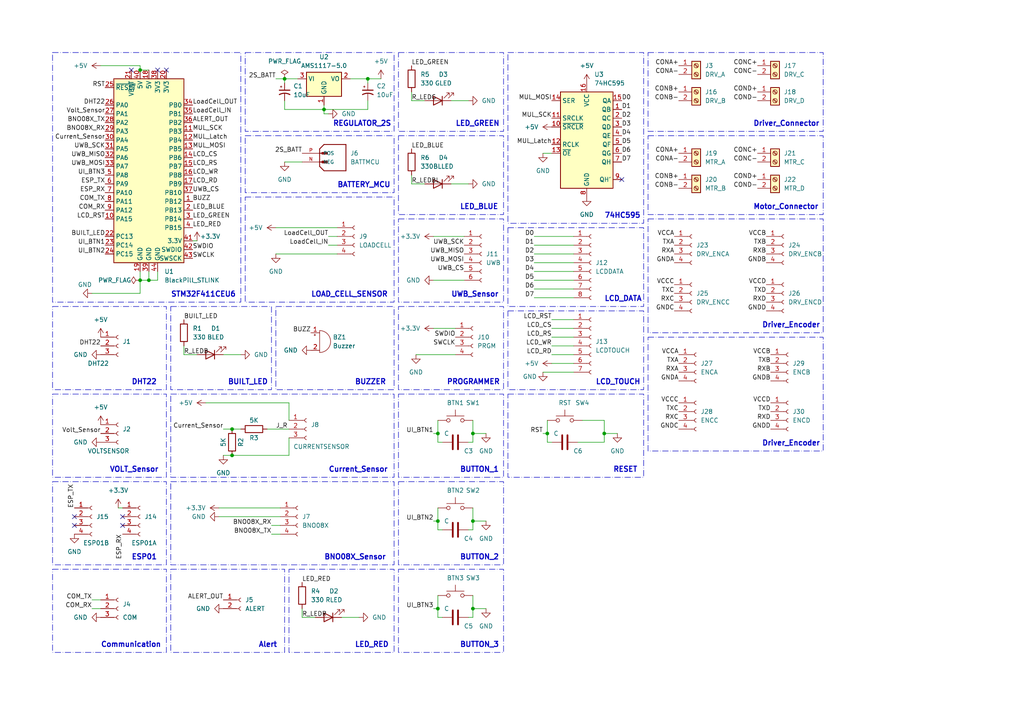
<source format=kicad_sch>
(kicad_sch (version 20230121) (generator eeschema)
  (paper "A4")
  (title_block (title "AGV_Sensor_STM32") (date "2024-01-14") (rev "0") (company "ASTAR") (comment 1 "By Maulana Reyhan Savero"))
  (lib_symbols
    (symbol "74xx:74HC595"
      (property "Reference" "U" (at -7.62 13.97 0))
      (property "Value" "74HC595" (at -7.62 -16.51 0))
      (symbol "74HC595_1_0"
        (pin tri_state line (at 10.16 7.62 180) (length 2.54) (name "QB") (number "1"))
        (pin input line (at -10.16 2.54 0) (length 2.54) (name "~{SRCLR}") (number "10"))
        (pin input line (at -10.16 5.08 0) (length 2.54) (name "SRCLK") (number "11"))
        (pin input line (at -10.16 -2.54 0) (length 2.54) (name "RCLK") (number "12"))
        (pin input line (at -10.16 -5.08 0) (length 2.54) (name "~{OE}") (number "13"))
        (pin input line (at -10.16 10.16 0) (length 2.54) (name "SER") (number "14"))
        (pin tri_state line (at 10.16 10.16 180) (length 2.54) (name "QA") (number "15"))
        (pin power_in line (at 0 15.24 270) (length 2.54) (name "VCC") (number "16"))
        (pin tri_state line (at 10.16 5.08 180) (length 2.54) (name "QC") (number "2"))
        (pin tri_state line (at 10.16 2.54 180) (length 2.54) (name "QD") (number "3"))
        (pin tri_state line (at 10.16 0 180) (length 2.54) (name "QE") (number "4"))
        (pin tri_state line (at 10.16 -2.54 180) (length 2.54) (name "QF") (number "5"))
        (pin tri_state line (at 10.16 -5.08 180) (length 2.54) (name "QG") (number "6"))
        (pin tri_state line (at 10.16 -7.62 180) (length 2.54) (name "QH") (number "7"))
        (pin power_in line (at 0 -17.78 90) (length 2.54) (name "GND") (number "8"))
        (pin output line (at 10.16 -12.7 180) (length 2.54) (name "QH'") (number "9"))
      )
    )
    (symbol "Connector:Conn_01x02_Socket" (pin_names (offset 1.016) hide)
      (property "Reference" "J" (at 0 2.54 0))
      (property "Value" "Conn_01x02_Socket" (at 0 -5.08 0))
      (symbol "Conn_01x02_Socket_1_1"
        (pin passive line (at -5.08 0 0) (length 3.81) (name "Pin_1") (number "1"))
        (pin passive line (at -5.08 -2.54 0) (length 3.81) (name "Pin_2") (number "2"))
      )
    )
    (symbol "Connector:Conn_01x03_Socket" (pin_names (offset 1.016) hide)
      (property "Reference" "J" (at 0 5.08 0))
      (property "Value" "Conn_01x03_Socket" (at 0 -5.08 0))
      (symbol "Conn_01x03_Socket_1_1"
        (pin passive line (at -5.08 2.54 0) (length 3.81) (name "Pin_1") (number "1"))
        (pin passive line (at -5.08 0 0) (length 3.81) (name "Pin_2") (number "2"))
        (pin passive line (at -5.08 -2.54 0) (length 3.81) (name "Pin_3") (number "3"))
      )
    )
    (symbol "Connector:Conn_01x04_Socket" (pin_names (offset 1.016) hide)
      (property "Reference" "J" (at 0 5.08 0))
      (property "Value" "Conn_01x04_Socket" (at 0 -7.62 0))
      (symbol "Conn_01x04_Socket_1_1"
        (pin passive line (at -5.08 2.54 0) (length 3.81) (name "Pin_1") (number "1"))
        (pin passive line (at -5.08 0 0) (length 3.81) (name "Pin_2") (number "2"))
        (pin passive line (at -5.08 -2.54 0) (length 3.81) (name "Pin_3") (number "3"))
        (pin passive line (at -5.08 -5.08 0) (length 3.81) (name "Pin_4") (number "4"))
      )
    )
    (symbol "Connector:Conn_01x06_Socket" (pin_names (offset 1.016) hide)
      (property "Reference" "J" (at 0 7.62 0))
      (property "Value" "Conn_01x06_Socket" (at 0 -10.16 0))
      (symbol "Conn_01x06_Socket_1_1"
        (pin passive line (at -5.08 5.08 0) (length 3.81) (name "Pin_1") (number "1"))
        (pin passive line (at -5.08 2.54 0) (length 3.81) (name "Pin_2") (number "2"))
        (pin passive line (at -5.08 0 0) (length 3.81) (name "Pin_3") (number "3"))
        (pin passive line (at -5.08 -2.54 0) (length 3.81) (name "Pin_4") (number "4"))
        (pin passive line (at -5.08 -5.08 0) (length 3.81) (name "Pin_5") (number "5"))
        (pin passive line (at -5.08 -7.62 0) (length 3.81) (name "Pin_6") (number "6"))
      )
    )
    (symbol "Connector:Conn_01x07_Socket" (pin_names (offset 1.016) hide)
      (property "Reference" "J" (at 0 10.16 0))
      (property "Value" "Conn_01x07_Socket" (at 0 -10.16 0))
      (symbol "Conn_01x07_Socket_1_1"
        (pin passive line (at -5.08 7.62 0) (length 3.81) (name "Pin_1") (number "1"))
        (pin passive line (at -5.08 5.08 0) (length 3.81) (name "Pin_2") (number "2"))
        (pin passive line (at -5.08 2.54 0) (length 3.81) (name "Pin_3") (number "3"))
        (pin passive line (at -5.08 0 0) (length 3.81) (name "Pin_4") (number "4"))
        (pin passive line (at -5.08 -2.54 0) (length 3.81) (name "Pin_5") (number "5"))
        (pin passive line (at -5.08 -5.08 0) (length 3.81) (name "Pin_6") (number "6"))
        (pin passive line (at -5.08 -7.62 0) (length 3.81) (name "Pin_7") (number "7"))
      )
    )
    (symbol "Connector:Conn_01x08_Socket" (pin_names (offset 1.016) hide)
      (property "Reference" "J" (at 0 10.16 0))
      (property "Value" "Conn_01x08_Socket" (at 0 -12.7 0))
      (symbol "Conn_01x08_Socket_1_1"
        (pin passive line (at -5.08 7.62 0) (length 3.81) (name "Pin_1") (number "1"))
        (pin passive line (at -5.08 5.08 0) (length 3.81) (name "Pin_2") (number "2"))
        (pin passive line (at -5.08 2.54 0) (length 3.81) (name "Pin_3") (number "3"))
        (pin passive line (at -5.08 0 0) (length 3.81) (name "Pin_4") (number "4"))
        (pin passive line (at -5.08 -2.54 0) (length 3.81) (name "Pin_5") (number "5"))
        (pin passive line (at -5.08 -5.08 0) (length 3.81) (name "Pin_6") (number "6"))
        (pin passive line (at -5.08 -7.62 0) (length 3.81) (name "Pin_7") (number "7"))
        (pin passive line (at -5.08 -10.16 0) (length 3.81) (name "Pin_8") (number "8"))
      )
    )
    (symbol "Connector:Screw_Terminal_01x02" (pin_names (offset 1.016) hide)
      (property "Reference" "J" (at 0 2.54 0))
      (property "Value" "Screw_Terminal_01x02" (at 0 -5.08 0))
      (symbol "Screw_Terminal_01x02_1_1"
        (pin passive line (at -5.08 0 0) (length 3.81) (name "Pin_1") (number "1"))
        (pin passive line (at -5.08 -2.54 0) (length 3.81) (name "Pin_2") (number "2"))
      )
    )
    (symbol "Device:Buzzer" (pin_names (offset 0.0254) hide)
      (property "Reference" "BZ" (at 3.81 1.27 0))
      (property "Value" "Buzzer" (at 3.81 -1.27 0))
      (symbol "Buzzer_1_1"
        (pin passive line (at -2.54 2.54 0) (length 2.54) (name "-") (number "1"))
        (pin passive line (at -2.54 -2.54 0) (length 2.54) (name "+") (number "2"))
      )
    )
    (symbol "Device:C" (pin_numbers hide) (pin_names (offset 0.254))
      (property "Reference" "C" (at 0.635 2.54 0))
      (property "Value" "C" (at 0.635 -2.54 0))
      (symbol "C_1_1"
        (pin passive line (at 0 3.81 270) (length 2.794) (name "~") (number "1"))
        (pin passive line (at 0 -3.81 90) (length 2.794) (name "~") (number "2"))
      )
    )
    (symbol "Device:C_Polarized_Small_US" (pin_numbers hide) (pin_names (offset 0.254) hide)
      (property "Reference" "C" (at 0.254 1.778 0))
      (property "Value" "C_Polarized_Small_US" (at 0.254 -2.032 0))
      (symbol "C_Polarized_Small_US_1_1"
        (pin passive line (at 0 2.54 270) (length 2.032) (name "~") (number "1"))
        (pin passive line (at 0 -2.54 90) (length 2.032) (name "~") (number "2"))
      )
    )
    (symbol "Device:LED" (pin_numbers hide) (pin_names (offset 1.016) hide)
      (property "Reference" "D" (at 0 2.54 0))
      (property "Value" "LED" (at 0 -2.54 0))
      (symbol "LED_1_1"
        (pin passive line (at -3.81 0 0) (length 2.54) (name "K") (number "1"))
        (pin passive line (at 3.81 0 180) (length 2.54) (name "A") (number "2"))
      )
    )
    (symbol "Device:R" (pin_numbers hide) (pin_names (offset 0))
      (property "Reference" "R" (at 2.032 0 90))
      (property "Value" "R" (at 0 0 90))
      (symbol "R_1_1"
        (pin passive line (at 0 3.81 270) (length 1.27) (name "~") (number "1"))
        (pin passive line (at 0 -3.81 90) (length 1.27) (name "~") (number "2"))
      )
    )
    (symbol "Regulator_Linear:AMS1117-5.0"
      (property "Reference" "U" (at -3.81 3.175 0))
      (property "Value" "AMS1117-5.0" (at 0 3.175 0))
      (symbol "AMS1117-5.0_1_1"
        (pin power_in line (at 0 -7.62 90) (length 2.54) (name "GND") (number "1"))
        (pin power_out line (at 7.62 0 180) (length 2.54) (name "VO") (number "2"))
        (pin power_in line (at -7.62 0 0) (length 2.54) (name "VI") (number "3"))
      )
    )
    (symbol "Switch:SW_Push" (pin_numbers hide) (pin_names (offset 1.016) hide)
      (property "Reference" "SW" (at 1.27 2.54 0))
      (property "Value" "SW_Push" (at 0 -1.524 0))
      (symbol "SW_Push_0_1"
        (pin passive line (at -5.08 0 0) (length 2.54) (name "1") (number "1"))
        (pin passive line (at 5.08 0 180) (length 2.54) (name "2") (number "2"))
      )
    )
    (symbol "XT90PW-M:XT90PW-M" (pin_names (offset 1.016))
      (property "Reference" "J" (at 0 3.81 0))
      (property "Value" "XT90PW-M" (at 0 -7.62 0))
      (symbol "XT90PW-M_0_0"
        (pin passive line (at -5.08 -2.54 0) (length 5.08) (name "NEG") (number "N"))
        (pin passive line (at -5.08 0 0) (length 5.08) (name "POS") (number "P"))
      )
    )
    (symbol "blackpill_stlink:BlackPill_STLINK"
      (property "Reference" "U6" (at 4.5594 -27.5495 0))
      (property "Value" "BlackPill_STLINK" (at 4.5594 -30.3246 0))
      (symbol "BlackPill_STLINK_1_1"
        (pin bidirectional line (at 12.7 -7.62 180) (length 2.54) (name "PB12") (number "1"))
        (pin bidirectional line (at -12.7 -12.7 0) (length 2.54) (name "PA15") (number "10"))
        (pin bidirectional line (at 12.7 12.7 180) (length 2.54) (name "PB3") (number "11"))
        (pin bidirectional line (at 12.7 10.16 180) (length 2.54) (name "PB4") (number "12"))
        (pin bidirectional line (at 12.7 7.62 180) (length 2.54) (name "PB5") (number "13"))
        (pin bidirectional line (at 12.7 5.08 180) (length 2.54) (name "PB6") (number "14"))
        (pin bidirectional line (at 12.7 2.54 180) (length 2.54) (name "PB7") (number "15"))
        (pin bidirectional line (at 12.7 0 180) (length 2.54) (name "PB8") (number "16"))
        (pin bidirectional line (at 12.7 -2.54 180) (length 2.54) (name "PB9") (number "17"))
        (pin power_in line (at 0 30.48 270) (length 2.54) (name "5V") (number "18"))
        (pin power_in line (at -2.54 -27.94 90) (length 2.54) (name "GND") (number "19"))
        (pin bidirectional line (at 12.7 -10.16 180) (length 2.54) (name "PB13") (number "2"))
        (pin power_out line (at 5.08 30.48 270) (length 2.54) (name "3V3") (number "20"))
        (pin power_in line (at -5.08 30.48 270) (length 2.54) (name "VBAT") (number "21"))
        (pin bidirectional line (at -12.7 -17.78 0) (length 2.54) (name "PC13") (number "22"))
        (pin bidirectional line (at -12.7 -20.32 0) (length 2.54) (name "PC14") (number "23"))
        (pin bidirectional line (at -12.7 -22.86 0) (length 2.54) (name "PC15") (number "24"))
        (pin input line (at -12.7 25.4 0) (length 2.54) (name "~{RESET}") (number "25"))
        (pin bidirectional line (at -12.7 20.32 0) (length 2.54) (name "PA0") (number "26"))
        (pin bidirectional line (at -12.7 17.78 0) (length 2.54) (name "PA1") (number "27"))
        (pin bidirectional line (at -12.7 15.24 0) (length 2.54) (name "PA2") (number "28"))
        (pin bidirectional line (at -12.7 12.7 0) (length 2.54) (name "PA3") (number "29"))
        (pin bidirectional line (at 12.7 -12.7 180) (length 2.54) (name "PB14") (number "3"))
        (pin bidirectional line (at -12.7 10.16 0) (length 2.54) (name "PA4") (number "30"))
        (pin bidirectional line (at -12.7 7.62 0) (length 2.54) (name "PA5") (number "31"))
        (pin bidirectional line (at -12.7 5.08 0) (length 2.54) (name "PA6") (number "32"))
        (pin bidirectional line (at -12.7 2.54 0) (length 2.54) (name "PA7") (number "33"))
        (pin bidirectional line (at 12.7 20.32 180) (length 2.54) (name "PB0") (number "34"))
        (pin bidirectional line (at 12.7 17.78 180) (length 2.54) (name "PB1") (number "35"))
        (pin bidirectional line (at 12.7 15.24 180) (length 2.54) (name "PB2") (number "36"))
        (pin bidirectional line (at 12.7 -5.08 180) (length 2.54) (name "PB10") (number "37"))
        (pin power_out line (at 2.54 30.48 270) (length 2.54) (name "3V3") (number "38"))
        (pin power_in line (at 0 -27.94 90) (length 2.54) (name "GND") (number "39"))
        (pin bidirectional line (at 12.7 -15.24 180) (length 2.54) (name "PB15") (number "4"))
        (pin passive line (at -2.54 30.48 270) (length 2.54) (name "5V") (number "40"))
        (pin power_out line (at 12.7 -19.05 180) (length 2.54) (name "3.3V") (number "41"))
        (pin bidirectional line (at 12.7 -21.59 180) (length 2.54) (name "SWDIO") (number "42"))
        (pin bidirectional line (at 12.7 -24.13 180) (length 2.54) (name "SWSCK") (number "43"))
        (pin power_in line (at 2.54 -27.94 90) (length 2.54) (name "GND") (number "44"))
        (pin bidirectional line (at -12.7 0 0) (length 2.54) (name "PA8") (number "5"))
        (pin bidirectional line (at -12.7 -2.54 0) (length 2.54) (name "PA9") (number "6"))
        (pin bidirectional line (at -12.7 -5.08 0) (length 2.54) (name "PA10") (number "7"))
        (pin bidirectional line (at -12.7 -7.62 0) (length 2.54) (name "PA11") (number "8"))
        (pin bidirectional line (at -12.7 -10.16 0) (length 2.54) (name "PA12") (number "9"))
      )
    )
    (symbol "power:+3.3V" (power) (pin_names (offset 0))
      (property "Value" "+3.3V" (at 0 3.556 0))
      (symbol "+3.3V_1_1"
        (pin power_in line (at 0 0 90) (length 0) hide (name "+3.3V") (number "1"))
      )
    )
    (symbol "power:+5V" (power) (pin_names (offset 0))
      (property "Value" "+5V" (at 0 3.556 0))
      (symbol "+5V_1_1"
        (pin power_in line (at 0 0 90) (length 0) hide (name "+5V") (number "1"))
      )
    )
    (symbol "power:GND" (power) (pin_names (offset 0))
      (property "Value" "GND" (at 0 -3.81 0))
      (symbol "GND_1_1"
        (pin power_in line (at 0 0 270) (length 0) hide (name "GND") (number "1"))
      )
    )
    (symbol "power:PWR_FLAG" (power) (pin_numbers hide) (pin_names (offset 0) hide)
      (property "Value" "PWR_FLAG" (at 0 3.81 0))
      (symbol "PWR_FLAG_0_0"
        (pin power_out line (at 0 0 90) (length 0) (name "pwr") (number "1"))
      )
    )
  )
  (junction (at 158.75 125.73))
  (junction (at 67.31 124.46))
  (junction (at 93.98 31.75))
  (junction (at 67.31 132.08))
  (junction (at 40.64 20.32))
  (junction (at 82.55 22.86))
  (junction (at 43.18 81.28))
  (junction (at 175.26 125.73))
  (junction (at 127 151.13))
  (junction (at 127 125.73))
  (junction (at 40.64 81.28))
  (junction (at 137.16 125.73))
  (junction (at 137.16 151.13))
  (junction (at 137.16 176.53))
  (junction (at 127 176.53))
  (junction (at 106.68 22.86))
  (no_connect (at 45.72 20.32))
  (no_connect (at 35.56 152.4))
  (no_connect (at 48.26 20.32))
  (no_connect (at 38.1 20.32))
  (no_connect (at 21.59 152.4))
  (no_connect (at 35.56 149.86))
  (no_connect (at 21.59 149.86))
  (no_connect (at 180.34 52.07))
  (wire (pts (xy 53.34 100.33) (xy 53.34 102.87)))
  (wire (pts (xy 57.15 69.85) (xy 55.88 69.85)))
  (wire (pts (xy 137.16 125.73) (xy 140.97 125.73)))
  (wire (pts (xy 130.81 53.34) (xy 135.89 53.34)))
  (wire (pts (xy 154.94 71.12) (xy 166.37 71.12)))
  (wire (pts (xy 127 153.67) (xy 128.27 153.67)))
  (wire (pts (xy 127 176.53) (xy 127 179.07)))
  (wire (pts (xy 125.73 81.28) (xy 134.62 81.28)))
  (wire (pts (xy 93.98 33.02) (xy 95.25 33.02)))
  (wire (pts (xy 64.77 124.46) (xy 67.31 124.46)))
  (wire (pts (xy 166.37 92.71) (xy 160.02 92.71)))
  (wire (pts (xy 40.64 85.09) (xy 40.64 81.28)))
  (wire (pts (xy 154.94 78.74) (xy 166.37 78.74)))
  (wire (pts (xy 125.73 176.53) (xy 127 176.53)))
  (wire (pts (xy 120.65 102.87) (xy 132.08 102.87)))
  (wire (pts (xy 67.31 132.08) (xy 83.82 132.08)))
  (wire (pts (xy 106.68 22.86) (xy 106.68 24.13)))
  (wire (pts (xy 154.94 68.58) (xy 166.37 68.58)))
  (wire (pts (xy 157.48 125.73) (xy 158.75 125.73)))
  (wire (pts (xy 67.31 124.46) (xy 69.85 124.46)))
  (wire (pts (xy 135.89 128.27) (xy 137.16 128.27)))
  (wire (pts (xy 43.18 81.28) (xy 40.64 81.28)))
  (wire (pts (xy 154.94 73.66) (xy 166.37 73.66)))
  (wire (pts (xy 83.82 132.08) (xy 83.82 127)))
  (wire (pts (xy 127 128.27) (xy 128.27 128.27)))
  (wire (pts (xy 127 125.73) (xy 127 128.27)))
  (wire (pts (xy 130.81 29.21) (xy 135.89 29.21)))
  (wire (pts (xy 40.64 78.74) (xy 40.64 81.28)))
  (wire (pts (xy 78.74 154.94) (xy 81.28 154.94)))
  (wire (pts (xy 80.01 66.04) (xy 97.79 66.04)))
  (wire (pts (xy 175.26 125.73) (xy 179.07 125.73)))
  (wire (pts (xy 80.01 22.86) (xy 82.55 22.86)))
  (wire (pts (xy 119.38 53.34) (xy 123.19 53.34)))
  (wire (pts (xy 45.72 78.74) (xy 45.72 81.28)))
  (wire (pts (xy 135.89 153.67) (xy 137.16 153.67)))
  (wire (pts (xy 135.89 179.07) (xy 137.16 179.07)))
  (wire (pts (xy 63.5 149.86) (xy 81.28 149.86)))
  (wire (pts (xy 64.77 102.87) (xy 69.85 102.87)))
  (wire (pts (xy 106.68 22.86) (xy 110.49 22.86)))
  (wire (pts (xy 127 147.32) (xy 127 151.13)))
  (wire (pts (xy 93.98 31.75) (xy 93.98 33.02)))
  (wire (pts (xy 119.38 26.67) (xy 119.38 29.21)))
  (wire (pts (xy 87.63 176.53) (xy 87.63 179.07)))
  (wire (pts (xy 82.55 31.75) (xy 93.98 31.75)))
  (wire (pts (xy 137.16 179.07) (xy 137.16 176.53)))
  (wire (pts (xy 125.73 68.58) (xy 134.62 68.58)))
  (wire (pts (xy 137.16 153.67) (xy 137.16 151.13)))
  (wire (pts (xy 106.68 31.75) (xy 93.98 31.75)))
  (wire (pts (xy 80.01 73.66) (xy 97.79 73.66)))
  (wire (pts (xy 154.94 86.36) (xy 166.37 86.36)))
  (wire (pts (xy 137.16 128.27) (xy 137.16 125.73)))
  (wire (pts (xy 166.37 105.41) (xy 160.02 105.41)))
  (wire (pts (xy 59.69 116.84) (xy 83.82 116.84)))
  (wire (pts (xy 77.47 124.46) (xy 83.82 124.46)))
  (wire (pts (xy 137.16 176.53) (xy 137.16 172.72)))
  (wire (pts (xy 154.94 76.2) (xy 166.37 76.2)))
  (wire (pts (xy 166.37 97.79) (xy 160.02 97.79)))
  (wire (pts (xy 137.16 151.13) (xy 140.97 151.13)))
  (wire (pts (xy 137.16 151.13) (xy 137.16 147.32)))
  (wire (pts (xy 40.64 19.05) (xy 40.64 20.32)))
  (wire (pts (xy 93.98 30.48) (xy 93.98 31.75)))
  (wire (pts (xy 127 172.72) (xy 127 176.53)))
  (wire (pts (xy 95.25 68.58) (xy 97.79 68.58)))
  (wire (pts (xy 166.37 100.33) (xy 160.02 100.33)))
  (wire (pts (xy 125.73 125.73) (xy 127 125.73)))
  (wire (pts (xy 63.5 147.32) (xy 81.28 147.32)))
  (wire (pts (xy 154.94 83.82) (xy 166.37 83.82)))
  (wire (pts (xy 82.55 29.21) (xy 82.55 31.75)))
  (wire (pts (xy 82.55 22.86) (xy 86.36 22.86)))
  (wire (pts (xy 34.29 147.32) (xy 35.56 147.32)))
  (wire (pts (xy 83.82 116.84) (xy 83.82 121.92)))
  (wire (pts (xy 125.73 151.13) (xy 127 151.13)))
  (wire (pts (xy 127 121.92) (xy 127 125.73)))
  (wire (pts (xy 158.75 121.92) (xy 158.75 125.73)))
  (wire (pts (xy 166.37 95.25) (xy 160.02 95.25)))
  (wire (pts (xy 26.67 85.09) (xy 40.64 85.09)))
  (wire (pts (xy 40.64 20.32) (xy 43.18 20.32)))
  (wire (pts (xy 45.72 81.28) (xy 43.18 81.28)))
  (wire (pts (xy 137.16 176.53) (xy 140.97 176.53)))
  (wire (pts (xy 99.06 179.07) (xy 104.14 179.07)))
  (wire (pts (xy 167.64 128.27) (xy 175.26 128.27)))
  (wire (pts (xy 175.26 128.27) (xy 175.26 125.73)))
  (wire (pts (xy 53.34 102.87) (xy 57.15 102.87)))
  (wire (pts (xy 119.38 50.8) (xy 119.38 53.34)))
  (wire (pts (xy 43.18 78.74) (xy 43.18 81.28)))
  (wire (pts (xy 119.38 29.21) (xy 123.19 29.21)))
  (wire (pts (xy 157.48 44.45) (xy 160.02 44.45)))
  (wire (pts (xy 158.75 125.73) (xy 158.75 128.27)))
  (wire (pts (xy 106.68 29.21) (xy 106.68 31.75)))
  (wire (pts (xy 26.67 176.53) (xy 29.21 176.53)))
  (wire (pts (xy 125.73 95.25) (xy 132.08 95.25)))
  (wire (pts (xy 166.37 102.87) (xy 160.02 102.87)))
  (wire (pts (xy 78.74 152.4) (xy 81.28 152.4)))
  (wire (pts (xy 127 179.07) (xy 128.27 179.07)))
  (wire (pts (xy 175.26 125.73) (xy 175.26 121.92)))
  (wire (pts (xy 158.75 128.27) (xy 160.02 128.27)))
  (wire (pts (xy 64.77 132.08) (xy 67.31 132.08)))
  (wire (pts (xy 95.25 71.12) (xy 97.79 71.12)))
  (wire (pts (xy 137.16 125.73) (xy 137.16 121.92)))
  (wire (pts (xy 29.21 19.05) (xy 40.64 19.05)))
  (wire (pts (xy 82.55 46.99) (xy 87.63 46.99)))
  (wire (pts (xy 87.63 179.07) (xy 91.44 179.07)))
  (wire (pts (xy 101.6 22.86) (xy 106.68 22.86)))
  (wire (pts (xy 157.48 107.95) (xy 166.37 107.95)))
  (wire (pts (xy 127 151.13) (xy 127 153.67)))
  (wire (pts (xy 82.55 22.86) (xy 82.55 24.13)))
  (wire (pts (xy 175.26 121.92) (xy 168.91 121.92)))
  (wire (pts (xy 26.67 173.99) (xy 29.21 173.99)))
  (wire (pts (xy 154.94 81.28) (xy 166.37 81.28)))
  (rectangle (start 83.82 165.1) (end 114.3 189.23) (stroke (width 0) (type dash_dot)))
  (rectangle (start 187.96 15.24) (end 238.76 38.1) (stroke (width 0) (type dash_dot)))
  (rectangle (start 49.53 139.7) (end 114.3 163.83) (stroke (width 0) (type dash_dot)))
  (rectangle (start 187.96 39.37) (end 238.76 62.23) (stroke (width 0) (type dash_dot)))
  (rectangle (start 115.57 88.9) (end 146.05 113.03) (stroke (width 0) (type dash_dot)))
  (rectangle (start 147.32 66.04) (end 186.69 88.9) (stroke (width 0) (type dash_dot)))
  (rectangle (start 15.24 139.7) (end 48.26 163.83) (stroke (width 0) (type dash_dot)))
  (rectangle (start 115.57 139.7) (end 146.05 163.83) (stroke (width 0) (type dash_dot)))
  (rectangle (start 115.57 165.1) (end 146.05 189.23) (stroke (width 0) (type dash_dot)))
  (rectangle (start 115.57 114.3) (end 146.05 138.43) (stroke (width 0) (type dash_dot)))
  (rectangle (start 80.01 88.9) (end 114.3 113.03) (stroke (width 0) (type dash_dot)))
  (rectangle (start 15.24 165.1) (end 48.26 189.23) (stroke (width 0) (type dash_dot)))
  (rectangle (start 15.24 114.3) (end 48.26 138.43) (stroke (width 0) (type dash_dot)))
  (rectangle (start 49.53 165.1) (end 82.55 189.23) (stroke (width 0) (type dash_dot)))
  (rectangle (start 147.32 90.17) (end 186.69 113.03) (stroke (width 0) (type dash_dot)))
  (rectangle (start 147.32 114.3) (end 186.69 138.43) (stroke (width 0) (type dash_dot)))
  (rectangle (start 71.12 39.37) (end 114.3 55.88) (stroke (width 0) (type dash_dot)))
  (rectangle (start 15.24 15.24) (end 69.85 87.63) (stroke (width 0) (type dash_dot)))
  (rectangle (start 115.57 63.5) (end 146.05 87.63) (stroke (width 0) (type dash_dot)))
  (rectangle (start 71.12 15.24) (end 114.3 38.1) (stroke (width 0) (type dash_dot)))
  (rectangle (start 187.96 63.5) (end 238.76 96.52) (stroke (width 0) (type dash_dot)))
  (rectangle (start 147.32 15.24) (end 186.69 64.77) (stroke (width 0) (type dash_dot)))
  (rectangle (start 15.24 88.9) (end 48.26 113.03) (stroke (width 0) (type dash_dot)))
  (rectangle (start 115.57 15.24) (end 146.05 38.1) (stroke (width 0) (type dash_dot)))
  (rectangle (start 49.53 114.3) (end 114.3 138.43) (stroke (width 0) (type dash_dot)))
  (rectangle (start 187.96 97.79) (end 238.76 130.81) (stroke (width 0) (type dash_dot)))
  (rectangle (start 49.53 88.9) (end 78.74 113.03) (stroke (width 0) (type dash_dot)))
  (rectangle (start 71.12 57.15) (end 114.3 87.63) (stroke (width 0) (type dash_dot)))
  (rectangle (start 115.57 39.37) (end 146.05 62.23) (stroke (width 0) (type dash_dot)))
  (text "PROGRAMMER" (at 129.54 111.76 0) (effects (font (size 1.5 1.5) (thickness 0.3) bold) (justify left bottom)))
  (text "UWB_Sensor" (at 130.81 86.36 0) (effects (font (size 1.5 1.5) (thickness 0.3) bold) (justify left bottom)))
  (text "LOAD_CELL_SENSOR" (at 90.17 86.36 0) (effects (font (size 1.5 1.5) (thickness 0.3) bold) (justify left bottom)))
  (text "LED_GREEN" (at 132.08 36.83 0) (effects (font (size 1.5 1.5) (thickness 0.3) bold) (justify left bottom)))
  (text "LCD_DATA" (at 175.26 87.63 0) (effects (font (size 1.5 1.5) (thickness 0.3) bold) (justify left bottom)))
  (text "BATTERY_MCU" (at 97.79 54.61 0) (effects (font (size 1.5 1.5) (thickness 0.3) bold) (justify left bottom)))
  (text "Driver_Encoder" (at 220.98 95.25 0) (effects (font (size 1.5 1.5) (thickness 0.3) bold) (justify left bottom)))
  (text "ESP01" (at 38.1 162.56 0) (effects (font (size 1.5 1.5) (thickness 0.3) bold) (justify left bottom)))
  (text "LED_RED" (at 102.87 187.96 0) (effects (font (size 1.5 1.5) (thickness 0.3) bold) (justify left bottom)))
  (text "RESET" (at 177.8 137.16 0) (effects (font (size 1.5 1.5) (thickness 0.3) bold) (justify left bottom)))
  (text "Motor_Connector" (at 218.44 60.96 0) (effects (font (size 1.5 1.5) (thickness 0.3) bold) (justify left bottom)))
  (text "STM32F411CEU6\n" (at 49.53 86.36 0) (effects (font (size 1.5 1.5) (thickness 0.3) bold) (justify left bottom)))
  (text "VOLT_Sensor" (at 31.75 137.16 0) (effects (font (size 1.5 1.5) (thickness 0.3) bold) (justify left bottom)))
  (text "BUTTON_1" (at 133.35 137.16 0) (effects (font (size 1.5 1.5) (thickness 0.3) bold) (justify left bottom)))
  (text "74HC595" (at 175.26 63.5 0) (effects (font (size 1.5 1.5) (thickness 0.3) bold) (justify left bottom)))
  (text "Alert" (at 74.93 187.96 0) (effects (font (size 1.5 1.5) (thickness 0.3) bold) (justify left bottom)))
  (text "Current_Sensor" (at 95.25 137.16 0) (effects (font (size 1.5 1.5) (thickness 0.3) bold) (justify left bottom)))
  (text "DHT22" (at 38.1 111.76 0) (effects (font (size 1.5 1.5) (thickness 0.3) bold) (justify left bottom)))
  (text "BUILT_LED" (at 66.04 111.76 0) (effects (font (size 1.5 1.5) (thickness 0.3) bold) (justify left bottom)))
  (text "BUZZER" (at 102.87 111.76 0) (effects (font (size 1.5 1.5) (thickness 0.3) bold) (justify left bottom)))
  (text "REGULATOR_2S" (at 96.52 36.83 0) (effects (font (size 1.5 1.5) (thickness 0.3) bold) (justify left bottom)))
  (text "LED_BLUE" (at 133.35 60.96 0) (effects (font (size 1.5 1.5) (thickness 0.3) bold) (justify left bottom)))
  (text "BUTTON_2" (at 133.35 162.56 0) (effects (font (size 1.5 1.5) (thickness 0.3) bold) (justify left bottom)))
  (text "LCD_TOUCH" (at 172.72 111.76 0) (effects (font (size 1.5 1.5) (thickness 0.3) bold) (justify left bottom)))
  (text "BNO08X_Sensor" (at 93.98 162.56 0) (effects (font (size 1.5 1.5) (thickness 0.3) bold) (justify left bottom)))
  (text "Driver_Connector" (at 218.44 36.83 0) (effects (font (size 1.5 1.5) (thickness 0.3) bold) (justify left bottom)))
  (text "Driver_Encoder" (at 220.98 129.54 0) (effects (font (size 1.5 1.5) (thickness 0.3) bold) (justify left bottom)))
  (text "Communication" (at 29.21 187.96 0) (effects (font (size 1.5 1.5) (thickness 0.3) bold) (justify left bottom)))
  (text "BUTTON_3" (at 133.35 187.96 0) (effects (font (size 1.5 1.5) (thickness 0.3) bold) (justify left bottom)))
  (label "LCD_RS" (at 160.02 97.79 180))
  (label "VCCA" (at 195.58 68.58 180))
  (label "D2" (at 180.34 34.29 0))
  (label "GNDA" (at 195.58 76.2 180))
  (label "CONC-" (at 219.71 21.59 180))
  (label "UI_BTN2" (at 125.73 151.13 180))
  (label "COM_TX" (at 30.48 58.42 180))
  (label "SWCLK" (at 55.88 74.93 0))
  (label "RXD" (at 223.52 121.92 180))
  (label "RXB" (at 223.52 107.95 180))
  (label "D7" (at 180.34 46.99 0))
  (label "UWB_SCK" (at 134.62 71.12 180))
  (label "GNDC" (at 195.58 90.17 180))
  (label "CONA+" (at 196.85 19.05 180))
  (label "D7" (at 154.94 86.36 180))
  (label "ALERT_OUT" (at 55.88 35.56 0))
  (label "GNDB" (at 223.52 110.49 180))
  (label "2S_BATT" (at 80.01 22.86 180))
  (label "BNO08X_TX" (at 78.74 154.94 180))
  (label "MUL_Latch" (at 55.88 40.64 0))
  (label "TXD" (at 222.25 85.09 180))
  (label "UI_BTN1" (at 125.73 125.73 180))
  (label "VCCA" (at 196.85 102.87 180))
  (label "CONA-" (at 196.85 46.99 180))
  (label "R_LEDBL" (at 119.38 53.34 0))
  (label "D0" (at 154.94 68.58 180))
  (label "LCD_WR" (at 160.02 100.33 180))
  (label "SWDIO" (at 132.08 97.79 180))
  (label "Current_Sensor" (at 64.77 124.46 180))
  (label "GNDC" (at 196.85 124.46 180))
  (label "CONC+" (at 219.71 19.05 180))
  (label "LED_GREEN" (at 55.88 63.5 0))
  (label "UI_BTN2" (at 30.48 73.66 180))
  (label "TXD" (at 223.52 119.38 180))
  (label "BNO08X_RX" (at 78.74 152.4 180))
  (label "VCCB" (at 223.52 102.87 180))
  (label "VCCD" (at 223.52 116.84 180))
  (label "COM_RX" (at 26.67 176.53 180))
  (label "LoadCell_IN" (at 55.88 33.02 0))
  (label "LCD_CS" (at 160.02 95.25 180))
  (label "D6" (at 154.94 83.82 180))
  (label "GNDB" (at 222.25 76.2 180))
  (label "LED_BLUE" (at 55.88 60.96 0))
  (label "MUL_SCK" (at 160.02 34.29 180))
  (label "RST" (at 30.48 25.4 180))
  (label "COND+" (at 219.71 26.67 180))
  (label "COND+" (at 219.71 52.07 180))
  (label "ESP_TX" (at 21.59 147.32 90))
  (label "COM_TX" (at 26.67 173.99 180))
  (label "RST" (at 157.48 125.73 180))
  (label "2S_BATT" (at 87.63 44.45 180))
  (label "LCD_WR" (at 55.88 50.8 0))
  (label "Current_Sensor" (at 30.48 40.64 180))
  (label "LoadCell_OUT" (at 55.88 30.48 0))
  (label "LCD_RST" (at 160.02 92.71 180))
  (label "TXA" (at 196.85 105.41 180))
  (label "ESP_TX" (at 30.48 53.34 180))
  (label "SWCLK" (at 132.08 100.33 180))
  (label "BNO08X_RX" (at 30.48 38.1 180))
  (label "TXC" (at 196.85 119.38 180))
  (label "Volt_Sensor" (at 29.21 125.73 180))
  (label "LED_RED" (at 55.88 66.04 0))
  (label "COND-" (at 219.71 54.61 180))
  (label "LED_RED" (at 87.63 168.91 0))
  (label "D3" (at 154.94 76.2 180))
  (label "BUZZ" (at 90.17 96.52 180))
  (label "LED_GREEN" (at 119.38 19.05 0))
  (label "GNDA" (at 196.85 110.49 180))
  (label "ALERT_OUT" (at 64.77 173.99 180))
  (label "VCCD" (at 222.25 82.55 180))
  (label "GNDD" (at 222.25 90.17 180))
  (label "MUL_Latch" (at 160.02 41.91 180))
  (label "DHT22" (at 29.21 100.33 180))
  (label "TXB" (at 222.25 71.12 180))
  (label "TXC" (at 195.58 85.09 180))
  (label "CONB-" (at 196.85 54.61 180))
  (label "MUL_MOSI" (at 160.02 29.21 180))
  (label "COND-" (at 219.71 29.21 180))
  (label "LED_BLUE" (at 119.38 43.18 0))
  (label "SWDIO" (at 55.88 72.39 0))
  (label "D4" (at 180.34 39.37 0))
  (label "D0" (at 180.34 29.21 0))
  (label "D1" (at 180.34 31.75 0))
  (label "UWB_MOSI" (at 30.48 48.26 180))
  (label "D2" (at 154.94 73.66 180))
  (label "UI_BTN3" (at 125.73 176.53 180))
  (label "CONC+" (at 219.71 44.45 180))
  (label "MUL_SCK" (at 55.88 38.1 0))
  (label "UWB_SCK" (at 30.48 43.18 180))
  (label "GNDD" (at 223.52 124.46 180))
  (label "RXA" (at 195.58 73.66 180))
  (label "CONB+" (at 196.85 52.07 180))
  (label "ESP_RX" (at 30.48 55.88 180))
  (label "VCCC" (at 195.58 82.55 180))
  (label "COM_RX" (at 30.48 60.96 180))
  (label "CONC-" (at 219.71 46.99 180))
  (label "R_LEDG" (at 119.38 29.21 0))
  (label "BUILT_LED" (at 53.34 92.71 0))
  (label "LCD_CS" (at 55.88 45.72 0))
  (label "LoadCell_OUT" (at 95.25 68.58 180))
  (label "Volt_Sensor" (at 30.48 33.02 180))
  (label "LCD_RD" (at 55.88 53.34 0))
  (label "RXB" (at 222.25 73.66 180))
  (label "R_LEDR" (at 87.63 179.07 0))
  (label "LCD_RD" (at 160.02 102.87 180))
  (label "LCD_RST" (at 30.48 63.5 180))
  (label "D5" (at 180.34 41.91 0))
  (label "UI_BTN3" (at 30.48 50.8 180))
  (label "DHT22" (at 30.48 30.48 180))
  (label "UWB_MOSI" (at 134.62 76.2 180))
  (label "TXB" (at 223.52 105.41 180))
  (label "VCCB" (at 222.25 68.58 180))
  (label "RXC" (at 195.58 87.63 180))
  (label "BUZZ" (at 55.88 58.42 0))
  (label "ESP_RX" (at 35.56 154.94 270))
  (label "RXC" (at 196.85 121.92 180))
  (label "LoadCell_IN" (at 95.25 71.12 180))
  (label "RXD" (at 222.25 87.63 180))
  (label "D1" (at 154.94 71.12 180))
  (label "D3" (at 180.34 36.83 0))
  (label "D5" (at 154.94 81.28 180))
  (label "MUL_MOSI" (at 55.88 43.18 0))
  (label "BUILT_LED" (at 30.48 68.58 180))
  (label "RXA" (at 196.85 107.95 180))
  (label "UWB_MISO" (at 134.62 73.66 180))
  (label "J_R" (at 80.01 124.46 0))
  (label "BNO08X_TX" (at 30.48 35.56 180))
  (label "CONB-" (at 196.85 29.21 180))
  (label "CONA-" (at 196.85 21.59 180))
  (label "UWB_MISO" (at 30.48 45.72 180))
  (label "LCD_RS" (at 55.88 48.26 0))
  (label "R_LEDB" (at 53.34 102.87 0))
  (label "UI_BTN1" (at 30.48 71.12 180))
  (label "UWB_CS" (at 55.88 55.88 0))
  (label "D4" (at 154.94 78.74 180))
  (label "TXA" (at 195.58 71.12 180))
  (label "CONB+" (at 196.85 26.67 180))
  (label "VCCC" (at 196.85 116.84 180))
  (label "UWB_CS" (at 134.62 78.74 180))
  (label "CONA+" (at 196.85 44.45 180))
  (label "D6" (at 180.34 44.45 0))
  (symbol (lib_id "Connector:Conn_01x04_Socket") (at 200.66 85.09 0) (unit 1)
    (property "Reference" "J25" (at 201.93 85.09 0) (effects (justify left)))
    (property "Value" "DRV_ENCC" (at 201.93 87.63 0) (effects (justify left)))
    (property "Footprint" "Connector_PinHeader_2.54mm:PinHeader_1x04_P2.54mm_Vertical" (effects hide))
  )
  (symbol (lib_id "power:PWR_FLAG") (at 40.64 81.28 90) (unit 1)
    (property "Reference" "#FLG01" (effects hide))
    (property "Value" "PWR_FLAG" (at 38.1 81.28 90) (effects (justify left)))
  )
  (symbol (lib_id "power:+5V") (at 59.69 116.84 90) (unit 1)
    (property "Reference" "#PWR09" (effects hide))
    (property "Value" "+5V" (at 55.88 116.84 90) (effects (justify left)))
  )
  (symbol (lib_id "power:GND") (at 140.97 151.13 0) (unit 1)
    (property "Reference" "#PWR037" (effects hide))
    (property "Value" "GND" (at 140.97 156.21 0))
  )
  (symbol (lib_id "blackpill_stlink:BlackPill_STLINK") (at 43.18 50.8 0) (unit 1)
    (property "Reference" "U1" (at 47.6759 78.74 0) (effects (justify left)))
    (property "Value" "BlackPill_STLINK" (at 47.6759 81.28 0) (effects (justify left)))
    (property "Footprint" "kicad_blackpill-main:BlackPill_STLINK" (effects hide))
  )
  (symbol (lib_id "power:GND") (at 135.89 53.34 90) (unit 1)
    (property "Reference" "#PWR023" (effects hide))
    (property "Value" "GND" (at 139.7 53.34 90) (effects (justify right)))
  )
  (symbol (lib_id "Connector:Conn_01x04_Socket") (at 228.6 105.41 0) (unit 1)
    (property "Reference" "J29" (at 229.87 105.41 0) (effects (justify left)))
    (property "Value" "ENCB" (at 229.87 107.95 0) (effects (justify left)))
    (property "Footprint" "Connector_PinHeader_2.54mm:PinHeader_1x04_P2.54mm_Vertical" (effects hide))
  )
  (symbol (lib_id "power:GND") (at 170.18 57.15 0) (unit 1)
    (property "Reference" "#PWR026" (effects hide))
    (property "Value" "GND" (at 170.18 62.23 0))
  )
  (symbol (lib_id "power:GND") (at 157.48 107.95 0) (unit 1)
    (property "Reference" "#PWR035" (effects hide))
    (property "Value" "GND" (at 153.67 109.22 0))
  )
  (symbol (lib_id "power:+5V") (at 80.01 66.04 90) (unit 1)
    (property "Reference" "#PWR016" (effects hide))
    (property "Value" "+5V" (at 76.2 66.04 90) (effects (justify left)))
  )
  (symbol (lib_id "power:+5V") (at 160.02 36.83 90) (unit 1)
    (property "Reference" "#PWR032" (effects hide))
    (property "Value" "+5V" (at 156.21 36.83 90) (effects (justify left)))
  )
  (symbol (lib_id "Device:R") (at 73.66 124.46 90) (unit 1)
    (property "Reference" "R3" (at 73.66 127 90))
    (property "Value" "5K" (at 73.66 121.92 90))
    (property "Footprint" "Resistor_SMD:R_1206_3216Metric_Pad1.30x1.75mm_HandSolder" (effects hide))
  )
  (symbol (lib_id "power:GND") (at 29.21 102.87 270) (unit 1)
    (property "Reference" "#PWR04" (effects hide))
    (property "Value" "GND" (at 25.4 102.87 90) (effects (justify right)))
  )
  (symbol (lib_id "Device:LED") (at 60.96 102.87 180) (unit 1)
    (property "Reference" "D1" (at 62.5475 95.25 0))
    (property "Value" "BLED" (at 62.5475 97.79 0))
    (property "Footprint" "LED_SMD:LED_1206_3216Metric_Pad1.42x1.75mm_HandSolder" (effects hide))
  )
  (symbol (lib_id "power:+3.3V") (at 125.73 95.25 90) (unit 1)
    (property "Reference" "#PWR029" (effects hide))
    (property "Value" "+3.3V" (at 121.92 95.25 90) (effects (justify left)))
  )
  (symbol (lib_id "power:GND") (at 95.25 33.02 90) (unit 1)
    (property "Reference" "#PWR019" (effects hide))
    (property "Value" "GND" (at 99.06 33.02 90) (effects (justify right)))
  )
  (symbol (lib_id "Switch:SW_Push") (at 132.08 172.72 0) (unit 1)
    (property "Reference" "SW3" (at 137.16 167.64 0))
    (property "Value" "BTN3" (at 132.08 167.64 0))
    (property "Footprint" "Button_Switch_SMD:SW_Push_1P1T_XKB_TS-1187A" (effects hide))
  )
  (symbol (lib_id "Connector:Conn_01x04_Socket") (at 200.66 71.12 0) (unit 1)
    (property "Reference" "J23" (at 201.93 71.12 0) (effects (justify left)))
    (property "Value" "DRV_ENCA" (at 201.93 73.66 0) (effects (justify left)))
    (property "Footprint" "Connector_PinHeader_2.54mm:PinHeader_1x04_P2.54mm_Vertical" (effects hide))
  )
  (symbol (lib_id "Connector:Conn_01x02_Socket") (at 69.85 173.99 0) (unit 1)
    (property "Reference" "J5" (at 71.12 173.99 0) (effects (justify left)))
    (property "Value" "ALERT" (at 71.12 176.53 0) (effects (justify left)))
    (property "Footprint" "Connector_PinHeader_2.54mm:PinHeader_1x02_P2.54mm_Vertical" (effects hide))
  )
  (symbol (lib_id "Connector:Conn_01x06_Socket") (at 139.7 73.66 0) (unit 1)
    (property "Reference" "J11" (at 140.97 73.66 0) (effects (justify left)))
    (property "Value" "UWB" (at 140.97 76.2 0) (effects (justify left)))
    (property "Footprint" "Connector_PinHeader_2.54mm:PinHeader_1x06_P2.54mm_Vertical" (effects hide))
  )
  (symbol (lib_id "Regulator_Linear:AMS1117-5.0") (at 93.98 22.86 0) (unit 1)
    (property "Reference" "U2" (at 93.98 16.51 0))
    (property "Value" "AMS1117-5.0" (at 93.98 19.05 0))
    (property "Footprint" "Package_TO_SOT_SMD:SOT-223-3_TabPin2" (effects hide))
    (property "Datasheet" "http://www.advanced-monolithic.com/pdf/ds1117.pdf" (effects hide))
  )
  (symbol (lib_id "Connector:Screw_Terminal_01x02") (at 224.79 52.07 0) (unit 1)
    (property "Reference" "J22" (at 227.33 52.07 0) (effects (justify left)))
    (property "Value" "MTR_D" (at 227.33 54.61 0) (effects (justify left)))
    (property "Footprint" "TerminalBlock:TerminalBlock_bornier-2_P5.08mm" (effects hide))
  )
  (symbol (lib_id "Connector:Screw_Terminal_01x02") (at 201.93 44.45 0) (unit 1)
    (property "Reference" "J19" (at 204.47 44.45 0) (effects (justify left)))
    (property "Value" "MTR_A" (at 204.47 46.99 0) (effects (justify left)))
    (property "Footprint" "TerminalBlock:TerminalBlock_bornier-2_P5.08mm" (effects hide))
  )
  (symbol (lib_id "power:GND") (at 135.89 29.21 90) (unit 1)
    (property "Reference" "#PWR022" (effects hide))
    (property "Value" "GND" (at 139.7 29.21 90) (effects (justify right)))
  )
  (symbol (lib_id "power:GND") (at 63.5 149.86 270) (unit 1)
    (property "Reference" "#PWR011" (effects hide))
    (property "Value" "GND" (at 59.69 149.86 90) (effects (justify right)))
  )
  (symbol (lib_id "Connector:Screw_Terminal_01x02") (at 201.93 26.67 0) (unit 1)
    (property "Reference" "J16" (at 204.47 26.67 0) (effects (justify left)))
    (property "Value" "DRV_B" (at 204.47 29.21 0) (effects (justify left)))
    (property "Footprint" "TerminalBlock:TerminalBlock_bornier-2_P5.08mm" (effects hide))
  )
  (symbol (lib_id "power:GND") (at 64.77 132.08 0) (unit 1)
    (property "Reference" "#PWR012" (effects hide))
    (property "Value" "GND" (at 64.77 137.16 0))
  )
  (symbol (lib_id "Connector:Conn_01x04_Socket") (at 102.87 68.58 0) (unit 1)
    (property "Reference" "J9" (at 104.14 68.58 0) (effects (justify left)))
    (property "Value" "LOADCELL" (at 104.14 71.12 0) (effects (justify left)))
    (property "Footprint" "Connector_PinHeader_2.54mm:PinHeader_1x04_P2.54mm_Vertical" (effects hide))
  )
  (symbol (lib_id "power:GND") (at 29.21 128.27 270) (unit 1)
    (property "Reference" "#PWR06" (effects hide))
    (property "Value" "GND" (at 25.4 128.27 90) (effects (justify right)))
  )
  (symbol (lib_id "power:GND") (at 21.59 154.94 0) (unit 1)
    (property "Reference" "#PWR024" (effects hide))
    (property "Value" "GND" (at 21.59 160.02 0))
  )
  (symbol (lib_id "power:GND") (at 82.55 46.99 0) (unit 1)
    (property "Reference" "#PWR015" (effects hide))
    (property "Value" "GND" (at 82.55 52.07 0))
  )
  (symbol (lib_id "Connector:Screw_Terminal_01x02") (at 224.79 26.67 0) (unit 1)
    (property "Reference" "J18" (at 227.33 26.67 0) (effects (justify left)))
    (property "Value" "DRV_D" (at 227.33 29.21 0) (effects (justify left)))
    (property "Footprint" "TerminalBlock:TerminalBlock_bornier-2_P5.08mm" (effects hide))
  )
  (symbol (lib_id "Device:C_Polarized_Small_US") (at 82.55 26.67 0) (unit 1)
    (property "Reference" "C1" (at 85.09 24.9682 0) (effects (justify left)))
    (property "Value" "10uF" (at 85.09 27.5082 0) (effects (justify left)))
    (property "Footprint" "Capacitor_SMD:CP_Elec_4x5.4" (effects hide))
  )
  (symbol (lib_id "Switch:SW_Push") (at 163.83 121.92 0) (unit 1)
    (property "Reference" "SW4" (at 168.91 116.84 0))
    (property "Value" "RST" (at 163.83 116.84 0))
    (property "Footprint" "Button_Switch_SMD:SW_Push_1P1T_XKB_TS-1187A" (effects hide))
  )
  (symbol (lib_id "power:+3.3V") (at 125.73 68.58 90) (unit 1)
    (property "Reference" "#PWR027" (effects hide))
    (property "Value" "+3.3V" (at 121.92 68.58 90) (effects (justify left)))
  )
  (symbol (lib_id "Switch:SW_Push") (at 132.08 147.32 0) (unit 1)
    (property "Reference" "SW2" (at 137.16 142.24 0))
    (property "Value" "BTN2" (at 132.08 142.24 0))
    (property "Footprint" "Button_Switch_SMD:SW_Push_1P1T_XKB_TS-1187A" (effects hide))
  )
  (symbol (lib_id "Device:LED") (at 127 53.34 180) (unit 1)
    (property "Reference" "D4" (at 128.5875 45.72 0))
    (property "Value" "BLLED" (at 128.5875 48.26 0))
    (property "Footprint" "LED_SMD:LED_1206_3216Metric_Pad1.42x1.75mm_HandSolder" (effects hide))
  )
  (symbol (lib_id "Connector:Conn_01x03_Socket") (at 34.29 100.33 0) (unit 1)
    (property "Reference" "J1" (at 35.56 99.06 0) (effects (justify left)))
    (property "Value" "DHT22" (at 25.4 105.41 0) (effects (justify left)))
    (property "Footprint" "Connector_PinHeader_2.54mm:PinHeader_1x03_P2.54mm_Vertical" (effects hide))
  )
  (symbol (lib_id "Connector:Conn_01x08_Socket") (at 171.45 76.2 0) (unit 1)
    (property "Reference" "J12" (at 172.72 76.2 0) (effects (justify left)))
    (property "Value" "LCDDATA" (at 172.72 78.74 0) (effects (justify left)))
    (property "Footprint" "Connector_PinHeader_2.54mm:PinHeader_1x08_P2.54mm_Vertical" (effects hide))
  )
  (symbol (lib_id "power:GND") (at 64.77 176.53 270) (unit 1)
    (property "Reference" "#PWR013" (effects hide))
    (property "Value" "GND" (at 60.96 176.53 90) (effects (justify right)))
  )
  (symbol (lib_id "power:GND") (at 26.67 85.09 270) (unit 1)
    (property "Reference" "#PWR02" (effects hide))
    (property "Value" "GND" (at 26.67 82.55 90) (effects (justify right)))
  )
  (symbol (lib_id "Connector:Conn_01x04_Socket") (at 201.93 105.41 0) (unit 1)
    (property "Reference" "J27" (at 203.2 105.41 0) (effects (justify left)))
    (property "Value" "ENCA" (at 203.2 107.95 0) (effects (justify left)))
    (property "Footprint" "Connector_PinHeader_2.54mm:PinHeader_1x04_P2.54mm_Vertical" (effects hide))
  )
  (symbol (lib_id "Device:LED") (at 95.25 179.07 180) (unit 1)
    (property "Reference" "D2" (at 96.8375 171.45 0))
    (property "Value" "RLED" (at 96.8375 173.99 0))
    (property "Footprint" "LED_SMD:LED_1206_3216Metric_Pad1.42x1.75mm_HandSolder" (effects hide))
  )
  (symbol (lib_id "Device:R") (at 119.38 46.99 0) (unit 1)
    (property "Reference" "R6" (at 121.92 45.72 0) (effects (justify left)))
    (property "Value" "330" (at 121.92 48.26 0) (effects (justify left)))
    (property "Footprint" "Resistor_SMD:R_1206_3216Metric_Pad1.30x1.75mm_HandSolder" (effects hide))
  )
  (symbol (lib_id "Connector:Conn_01x04_Socket") (at 227.33 71.12 0) (unit 1)
    (property "Reference" "J24" (at 228.6 71.12 0) (effects (justify left)))
    (property "Value" "DRV_ENCB" (at 228.6 73.66 0) (effects (justify left)))
    (property "Footprint" "Connector_PinHeader_2.54mm:PinHeader_1x04_P2.54mm_Vertical" (effects hide))
  )
  (symbol (lib_id "power:+5V") (at 110.49 22.86 0) (unit 1)
    (property "Reference" "#PWR021" (effects hide))
    (property "Value" "+5V" (at 110.49 17.78 0))
  )
  (symbol (lib_id "Device:C") (at 132.08 128.27 90) (unit 1)
    (property "Reference" "C3" (at 135.89 130.81 90))
    (property "Value" "C" (at 129.54 125.73 90))
    (property "Footprint" "Capacitor_SMD:C_1206_3216Metric_Pad1.33x1.80mm_HandSolder" (effects hide))
  )
  (symbol (lib_id "power:+5V") (at 29.21 123.19 0) (unit 1)
    (property "Reference" "#PWR05" (effects hide))
    (property "Value" "+5V" (at 29.21 118.11 0))
  )
  (symbol (lib_id "XT90PW-M:XT90PW-M") (at 92.71 44.45 0) (unit 1)
    (property "Reference" "J6" (at 101.6 44.45 0) (effects (justify left)))
    (property "Value" "BATTMCU" (at 101.6 46.99 0) (effects (justify left)))
    (property "Footprint" "XT60:AMASS_XT60-M" (effects hide))
    (property "PARTREV" "V00" (effects hide))
    (property "STANDARD" "Manufacturer Recommendations" (effects hide))
    (property "MAXIMUM_PACKAGE_HIEGHT" "10.3mm" (effects hide))
    (property "MANUFACTURER" "AMASS" (effects hide))
  )
  (symbol (lib_id "Device:Buzzer") (at 92.71 99.06 0) (unit 1)
    (property "Reference" "BZ1" (at 96.52 97.79 0) (effects (justify left)))
    (property "Value" "Buzzer" (at 96.52 100.33 0) (effects (justify left)))
    (property "Footprint" "Buzzer_Beeper:Buzzer_15x7.5RM7.6" (effects hide))
  )
  (symbol (lib_id "Connector:Conn_01x04_Socket") (at 137.16 97.79 0) (unit 1)
    (property "Reference" "J10" (at 138.43 97.79 0) (effects (justify left)))
    (property "Value" "PRGM" (at 138.43 100.33 0) (effects (justify left)))
    (property "Footprint" "Connector_PinHeader_2.54mm:PinHeader_1x04_P2.54mm_Vertical" (effects hide))
  )
  (symbol (lib_id "Connector:Conn_01x04_Socket") (at 40.64 149.86 0) (unit 1)
    (property "Reference" "J14" (at 41.91 149.86 0) (effects (justify left)))
    (property "Value" "ESP01A" (at 38.1 157.48 0) (effects (justify left)))
    (property "Footprint" "Connector_PinHeader_2.54mm:PinHeader_1x04_P2.54mm_Vertical" (effects hide))
  )
  (symbol (lib_id "power:GND") (at 69.85 102.87 90) (unit 1)
    (property "Reference" "#PWR014" (effects hide))
    (property "Value" "GND" (at 73.66 102.87 90) (effects (justify right)))
  )
  (symbol (lib_id "Device:R") (at 67.31 128.27 180) (unit 1)
    (property "Reference" "R2" (at 69.85 128.27 90))
    (property "Value" "5K" (at 64.77 128.27 90))
    (property "Footprint" "Resistor_SMD:R_1206_3216Metric_Pad1.30x1.75mm_HandSolder" (effects hide))
  )
  (symbol (lib_id "Connector:Conn_01x03_Socket") (at 34.29 125.73 0) (unit 1)
    (property "Reference" "J2" (at 35.56 124.46 0) (effects (justify left)))
    (property "Value" "VOLTSENSOR" (at 25.4 130.81 0) (effects (justify left)))
    (property "Footprint" "Connector_PinHeader_2.54mm:PinHeader_1x03_P2.54mm_Vertical" (effects hide))
  )
  (symbol (lib_id "power:GND") (at 104.14 179.07 90) (unit 1)
    (property "Reference" "#PWR020" (effects hide))
    (property "Value" "GND" (at 107.95 179.07 90) (effects (justify right)))
  )
  (symbol (lib_id "Switch:SW_Push") (at 132.08 121.92 0) (unit 1)
    (property "Reference" "SW1" (at 137.16 116.84 0))
    (property "Value" "BTN1" (at 132.08 116.84 0))
    (property "Footprint" "Button_Switch_SMD:SW_Push_1P1T_XKB_TS-1187A" (effects hide))
  )
  (symbol (lib_id "Connector:Conn_01x04_Socket") (at 227.33 85.09 0) (unit 1)
    (property "Reference" "J26" (at 228.6 85.09 0) (effects (justify left)))
    (property "Value" "DRV_ENCD" (at 228.6 87.63 0) (effects (justify left)))
    (property "Footprint" "Connector_PinHeader_2.54mm:PinHeader_1x04_P2.54mm_Vertical" (effects hide))
  )
  (symbol (lib_id "Connector:Screw_Terminal_01x02") (at 201.93 52.07 0) (unit 1)
    (property "Reference" "J20" (at 204.47 52.07 0) (effects (justify left)))
    (property "Value" "MTR_B" (at 204.47 54.61 0) (effects (justify left)))
    (property "Footprint" "TerminalBlock:TerminalBlock_bornier-2_P5.08mm" (effects hide))
  )
  (symbol (lib_id "power:GND") (at 90.17 101.6 270) (unit 1)
    (property "Reference" "#PWR018" (effects hide))
    (property "Value" "GND" (at 86.36 101.6 90) (effects (justify right)))
  )
  (symbol (lib_id "Device:C_Polarized_Small_US") (at 106.68 26.67 0) (unit 1)
    (property "Reference" "C2" (at 109.22 24.9682 0) (effects (justify left)))
    (property "Value" "10uF" (at 109.22 27.5082 0) (effects (justify left)))
    (property "Footprint" "Capacitor_SMD:CP_Elec_4x5.4" (effects hide))
  )
  (symbol (lib_id "power:GND") (at 179.07 125.73 0) (unit 1)
    (property "Reference" "#PWR039" (effects hide))
    (property "Value" "GND" (at 179.07 130.81 0))
  )
  (symbol (lib_id "Device:C") (at 163.83 128.27 90) (unit 1)
    (property "Reference" "C6" (at 167.64 130.81 90))
    (property "Value" "C" (at 161.29 125.73 90))
    (property "Footprint" "Capacitor_SMD:C_1206_3216Metric_Pad1.33x1.80mm_HandSolder" (effects hide))
  )
  (symbol (lib_id "power:GND") (at 140.97 176.53 0) (unit 1)
    (property "Reference" "#PWR038" (effects hide))
    (property "Value" "GND" (at 140.97 181.61 0))
  )
  (symbol (lib_id "Connector:Conn_01x07_Socket") (at 171.45 100.33 0) (unit 1)
    (property "Reference" "J13" (at 172.72 99.06 0) (effects (justify left)))
    (property "Value" "LCDTOUCH" (at 172.72 101.6 0) (effects (justify left)))
    (property "Footprint" "Connector_PinHeader_2.54mm:PinHeader_1x07_P2.54mm_Vertical" (effects hide))
  )
  (symbol (lib_id "Connector:Conn_01x03_Socket") (at 34.29 176.53 0) (unit 1)
    (property "Reference" "J4" (at 35.56 175.26 0) (effects (justify left)))
    (property "Value" "COM" (at 35.56 179.07 0) (effects (justify left)))
    (property "Footprint" "Connector_PinHeader_2.54mm:PinHeader_1x03_P2.54mm_Vertical" (effects hide))
  )
  (symbol (lib_id "Connector:Screw_Terminal_01x02") (at 201.93 19.05 0) (unit 1)
    (property "Reference" "J3" (at 204.47 19.05 0) (effects (justify left)))
    (property "Value" "DRV_A" (at 204.47 21.59 0) (effects (justify left)))
    (property "Footprint" "TerminalBlock:TerminalBlock_bornier-2_P5.08mm" (effects hide))
  )
  (symbol (lib_id "Connector:Screw_Terminal_01x02") (at 224.79 44.45 0) (unit 1)
    (property "Reference" "J21" (at 227.33 44.45 0) (effects (justify left)))
    (property "Value" "MTR_C" (at 227.33 46.99 0) (effects (justify left)))
    (property "Footprint" "TerminalBlock:TerminalBlock_bornier-2_P5.08mm" (effects hide))
  )
  (symbol (lib_id "power:+5V") (at 160.02 105.41 90) (unit 1)
    (property "Reference" "#PWR034" (effects hide))
    (property "Value" "+5V" (at 156.21 105.41 90) (effects (justify left)))
  )
  (symbol (lib_id "Device:R") (at 53.34 96.52 0) (unit 1)
    (property "Reference" "R1" (at 55.88 95.25 0) (effects (justify left)))
    (property "Value" "330" (at 55.88 97.79 0) (effects (justify left)))
    (property "Footprint" "Resistor_SMD:R_1206_3216Metric_Pad1.30x1.75mm_HandSolder" (effects hide))
  )
  (symbol (lib_id "power:GND") (at 120.65 102.87 0) (unit 1)
    (property "Reference" "#PWR030" (effects hide))
    (property "Value" "GND" (at 120.65 107.95 0))
  )
  (symbol (lib_id "Device:C") (at 132.08 153.67 90) (unit 1)
    (property "Reference" "C4" (at 135.89 156.21 90))
    (property "Value" "C" (at 129.54 151.13 90))
    (property "Footprint" "Capacitor_SMD:C_1206_3216Metric_Pad1.33x1.80mm_HandSolder" (effects hide))
  )
  (symbol (lib_id "power:GND") (at 29.21 179.07 270) (unit 1)
    (property "Reference" "#PWR08" (effects hide))
    (property "Value" "GND" (at 25.4 179.07 90) (effects (justify right)))
  )
  (symbol (lib_id "power:GND") (at 157.48 44.45 0) (unit 1)
    (property "Reference" "#PWR033" (effects hide))
    (property "Value" "GND" (at 157.48 49.53 0))
  )
  (symbol (lib_id "power:PWR_FLAG") (at 82.55 22.86 0) (unit 1)
    (property "Reference" "#FLG02" (effects hide))
    (property "Value" "PWR_FLAG" (at 82.55 17.78 0))
  )
  (symbol (lib_id "74xx:74HC595") (at 170.18 39.37 0) (unit 1)
    (property "Reference" "U3" (at 172.3741 21.59 0) (effects (justify left)))
    (property "Value" "74HC595" (at 172.3741 24.13 0) (effects (justify left)))
    (property "Footprint" "Package_SO:SOIC-16_3.9x9.9mm_P1.27mm" (effects hide))
    (property "Datasheet" "http://www.ti.com/lit/ds/symlink/sn74hc595.pdf" (effects hide))
  )
  (symbol (lib_id "power:+5V") (at 29.21 19.05 90) (unit 1)
    (property "Reference" "#PWR01" (effects hide))
    (property "Value" "+5V" (at 25.4 19.05 90) (effects (justify left)))
  )
  (symbol (lib_id "Device:LED") (at 127 29.21 180) (unit 1)
    (property "Reference" "D3" (at 128.5875 21.59 0))
    (property "Value" "GLED" (at 128.5875 24.13 0))
    (property "Footprint" "LED_SMD:LED_1206_3216Metric_Pad1.42x1.75mm_HandSolder" (effects hide))
  )
  (symbol (lib_id "Connector:Conn_01x04_Socket") (at 201.93 119.38 0) (unit 1)
    (property "Reference" "J28" (at 203.2 119.38 0) (effects (justify left)))
    (property "Value" "ENCC" (at 203.2 121.92 0) (effects (justify left)))
    (property "Footprint" "Connector_PinHeader_2.54mm:PinHeader_1x04_P2.54mm_Vertical" (effects hide))
  )
  (symbol (lib_id "Device:C") (at 132.08 179.07 90) (unit 1)
    (property "Reference" "C5" (at 135.89 181.61 90))
    (property "Value" "C" (at 129.54 176.53 90))
    (property "Footprint" "Capacitor_SMD:C_1206_3216Metric_Pad1.33x1.80mm_HandSolder" (effects hide))
  )
  (symbol (lib_id "power:GND") (at 140.97 125.73 0) (unit 1)
    (property "Reference" "#PWR036" (effects hide))
    (property "Value" "GND" (at 140.97 130.81 0))
  )
  (symbol (lib_id "power:+3.3V") (at 34.29 147.32 0) (unit 1)
    (property "Reference" "#PWR040" (effects hide))
    (property "Value" "+3.3V" (at 34.29 142.24 0))
  )
  (symbol (lib_id "Connector:Conn_01x03_Socket") (at 88.9 124.46 0) (unit 1)
    (property "Reference" "J8" (at 90.17 123.19 0) (effects (justify left)))
    (property "Value" "CURRENTSENSOR" (at 85.09 129.54 0) (effects (justify left)))
    (property "Footprint" "Connector_PinHeader_2.54mm:PinHeader_1x03_P2.54mm_Vertical" (effects hide))
  )
  (symbol (lib_id "Device:R") (at 87.63 172.72 0) (unit 1)
    (property "Reference" "R4" (at 90.17 171.45 0) (effects (justify left)))
    (property "Value" "330" (at 90.17 173.99 0) (effects (justify left)))
    (property "Footprint" "Resistor_SMD:R_1206_3216Metric_Pad1.30x1.75mm_HandSolder" (effects hide))
  )
  (symbol (lib_id "Device:R") (at 119.38 22.86 0) (unit 1)
    (property "Reference" "R5" (at 121.92 21.59 0) (effects (justify left)))
    (property "Value" "330" (at 121.92 24.13 0) (effects (justify left)))
    (property "Footprint" "Resistor_SMD:R_1206_3216Metric_Pad1.30x1.75mm_HandSolder" (effects hide))
  )
  (symbol (lib_id "power:GND") (at 80.01 73.66 0) (unit 1)
    (property "Reference" "#PWR017" (effects hide))
    (property "Value" "GND" (at 80.01 78.74 0))
  )
  (symbol (lib_id "power:+3.3V") (at 63.5 147.32 90) (unit 1)
    (property "Reference" "#PWR010" (effects hide))
    (property "Value" "+3.3V" (at 59.69 147.32 90) (effects (justify left)))
  )
  (symbol (lib_id "Connector:Conn_01x04_Socket") (at 26.67 149.86 0) (unit 1)
    (property "Reference" "J15" (at 27.94 149.86 0) (effects (justify left)))
    (property "Value" "ESP01B" (at 24.13 157.48 0) (effects (justify left)))
    (property "Footprint" "Connector_PinHeader_2.54mm:PinHeader_1x04_P2.54mm_Vertical" (effects hide))
  )
  (symbol (lib_id "Connector:Conn_01x04_Socket") (at 86.36 149.86 0) (unit 1)
    (property "Reference" "J7" (at 87.63 149.86 0) (effects (justify left)))
    (property "Value" "BNO08X" (at 87.63 152.4 0) (effects (justify left)))
    (property "Footprint" "Connector_PinHeader_2.54mm:PinHeader_1x04_P2.54mm_Vertical" (effects hide))
  )
  (symbol (lib_id "power:+5V") (at 170.18 24.13 0) (unit 1)
    (property "Reference" "#PWR025" (effects hide))
    (property "Value" "+5V" (at 170.18 19.05 0))
  )
  (symbol (lib_id "power:+5V") (at 29.21 97.79 0) (unit 1)
    (property "Reference" "#PWR03" (effects hide))
    (property "Value" "+5V" (at 29.21 92.71 0))
  )
  (symbol (lib_id "Connector:Screw_Terminal_01x02") (at 224.79 19.05 0) (unit 1)
    (property "Reference" "J17" (at 227.33 19.05 0) (effects (justify left)))
    (property "Value" "DRV_C" (at 227.33 21.59 0) (effects (justify left)))
    (property "Footprint" "TerminalBlock:TerminalBlock_bornier-2_P5.08mm" (effects hide))
  )
  (symbol (lib_id "power:+3.3V") (at 57.15 69.85 0) (unit 1)
    (property "Reference" "#PWR031" (effects hide))
    (property "Value" "+3.3V" (at 60.96 68.58 0))
  )
  (symbol (lib_id "Connector:Conn_01x04_Socket") (at 228.6 119.38 0) (unit 1)
    (property "Reference" "J30" (at 229.87 119.38 0) (effects (justify left)))
    (property "Value" "ENCD" (at 229.87 121.92 0) (effects (justify left)))
    (property "Footprint" "Connector_PinHeader_2.54mm:PinHeader_1x04_P2.54mm_Vertical" (effects hide))
  )
  (symbol (lib_id "power:GND") (at 125.73 81.28 270) (unit 1)
    (property "Reference" "#PWR028" (effects hide))
    (property "Value" "GND" (at 121.92 81.28 90) (effects (justify right)))
  )
)
</source>
